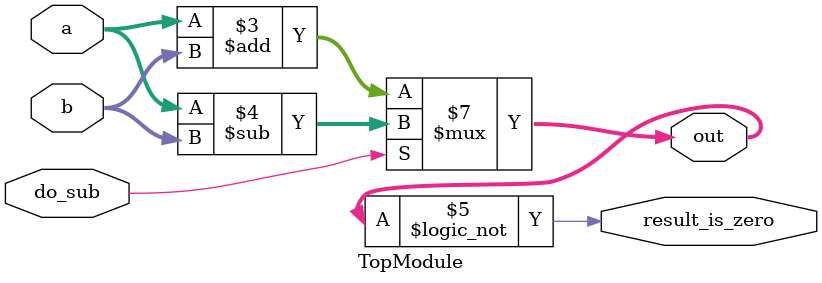
<source format=sv>
module TopModule (
    input logic do_sub,                // Single-bit input for operation selection: 0 for add, 1 for subtract
    input logic [7:0] a,               // 8-bit input operand a
    input logic [7:0] b,               // 8-bit input operand b
    output logic [7:0] out,             // 8-bit output for the result of the operation
    output logic result_is_zero         // Single-bit output flag indicating if the result is zero
);

    // Combinational Logic Block for Addition/Subtraction
    always @(*) begin
        // Perform addition or subtraction based on do_sub
        if (do_sub == 1'b0)
            out = a + b;              // Perform addition
        else
            out = a - b;              // Perform subtraction
        
        // Zero Detection Logic
        result_is_zero = (out == 8'b00000000); // Set flag if result is zero
    end

endmodule
</source>
